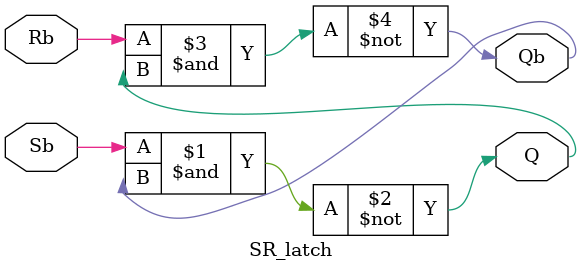
<source format=v>
module SR_latch(input Sb,Rb,output Q,Qb );
  nand (Q,Sb,Qb);
  nand (Qb,Rb,Q);
endmodule


</source>
